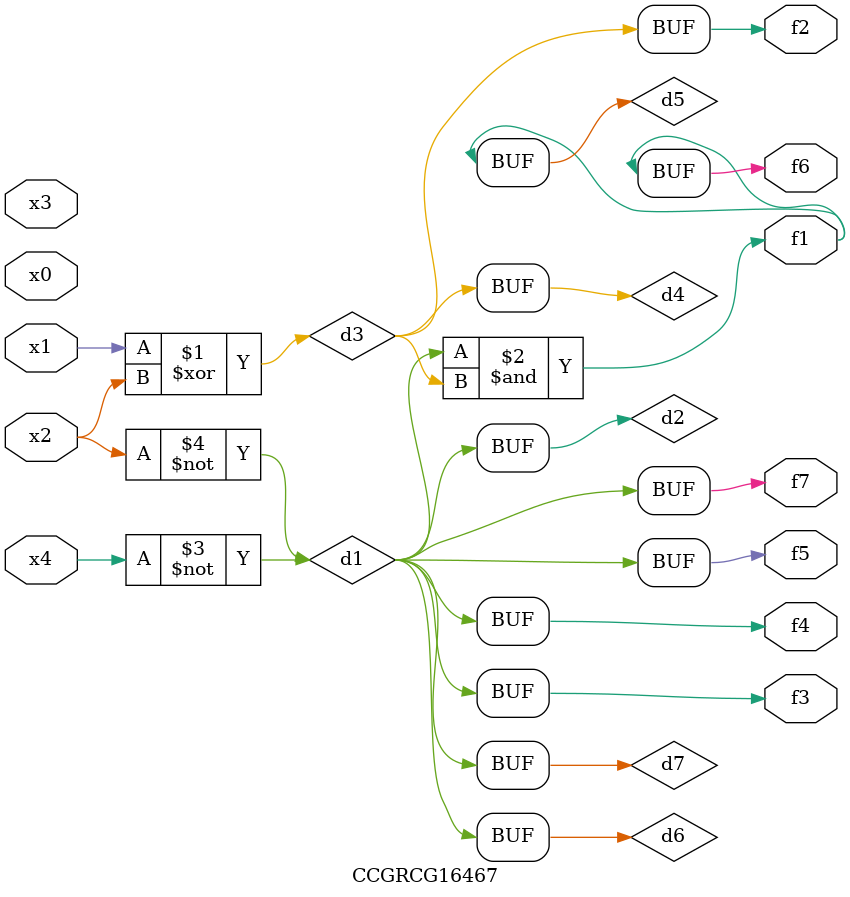
<source format=v>
module CCGRCG16467(
	input x0, x1, x2, x3, x4,
	output f1, f2, f3, f4, f5, f6, f7
);

	wire d1, d2, d3, d4, d5, d6, d7;

	not (d1, x4);
	not (d2, x2);
	xor (d3, x1, x2);
	buf (d4, d3);
	and (d5, d1, d3);
	buf (d6, d1, d2);
	buf (d7, d2);
	assign f1 = d5;
	assign f2 = d4;
	assign f3 = d7;
	assign f4 = d7;
	assign f5 = d7;
	assign f6 = d5;
	assign f7 = d7;
endmodule

</source>
